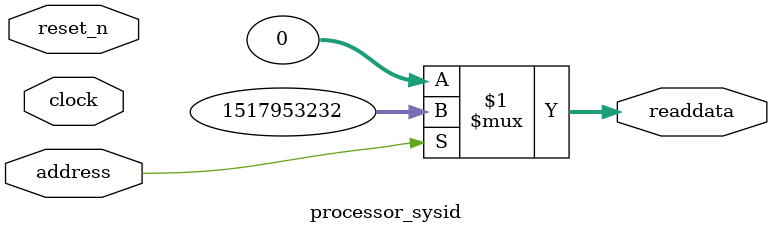
<source format=v>



// synthesis translate_off
`timescale 1ns / 1ps
// synthesis translate_on

// turn off superfluous verilog processor warnings 
// altera message_level Level1 
// altera message_off 10034 10035 10036 10037 10230 10240 10030 

module processor_sysid (
               // inputs:
                address,
                clock,
                reset_n,

               // outputs:
                readdata
             )
;

  output  [ 31: 0] readdata;
  input            address;
  input            clock;
  input            reset_n;

  wire    [ 31: 0] readdata;
  //control_slave, which is an e_avalon_slave
  assign readdata = address ? 1517953232 : 0;

endmodule



</source>
